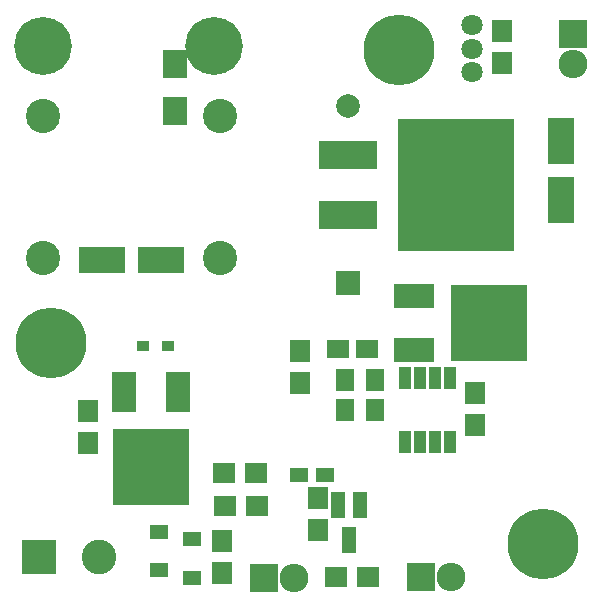
<source format=gbs>
G04 #@! TF.FileFunction,Soldermask,Bot*
%FSLAX46Y46*%
G04 Gerber Fmt 4.6, Leading zero omitted, Abs format (unit mm)*
G04 Created by KiCad (PCBNEW 0.201603210401+6634~43~ubuntu14.04.1-product) date mån 28 mar 2016 16:54:20*
%MOMM*%
G01*
G04 APERTURE LIST*
%ADD10C,0.050000*%
%ADD11C,2.900000*%
%ADD12R,1.650000X1.900000*%
%ADD13R,1.900000X1.650000*%
%ADD14R,2.000000X2.000000*%
%ADD15C,2.000000*%
%ADD16R,1.620000X1.310000*%
%ADD17R,0.990000X0.850000*%
%ADD18R,2.200860X3.900120*%
%ADD19R,3.900120X2.200860*%
%ADD20C,1.800000*%
%ADD21R,2.432000X2.432000*%
%ADD22O,2.432000X2.432000*%
%ADD23C,4.900880*%
%ADD24R,2.051000X3.448000*%
%ADD25R,6.496000X6.496000*%
%ADD26R,1.200100X2.200860*%
%ADD27R,3.448000X2.051000*%
%ADD28R,1.700000X1.900000*%
%ADD29R,1.900000X1.700000*%
%ADD30R,2.100000X2.400000*%
%ADD31R,1.600000X1.300000*%
%ADD32R,9.800000X11.200000*%
%ADD33R,5.000000X2.400000*%
%ADD34R,1.000000X1.950000*%
%ADD35R,2.940000X2.940000*%
%ADD36C,2.940000*%
%ADD37C,6.000000*%
G04 APERTURE END LIST*
D10*
D11*
X118244000Y-120808000D03*
X103244000Y-120808000D03*
X103244000Y-108808000D03*
X118244000Y-108808000D03*
D12*
X128778000Y-133711000D03*
X128778000Y-131211000D03*
X131318000Y-131211000D03*
X131318000Y-133711000D03*
D13*
X128163000Y-128524000D03*
X130663000Y-128524000D03*
D14*
X129032000Y-122936000D03*
D15*
X129032000Y-107936000D03*
D16*
X113030000Y-144034000D03*
X113030000Y-147304000D03*
X115824000Y-144669000D03*
X115824000Y-147939000D03*
D17*
X113831000Y-128270000D03*
X111721000Y-128270000D03*
D18*
X147066000Y-115910360D03*
X147066000Y-110911640D03*
D19*
X108244640Y-121031000D03*
X113243360Y-121031000D03*
D20*
X139573000Y-105124000D03*
X139573000Y-103124000D03*
X139573000Y-101124000D03*
D21*
X121920000Y-147955000D03*
D22*
X124460000Y-147955000D03*
D21*
X148082000Y-101854000D03*
D22*
X148082000Y-104394000D03*
D21*
X135255000Y-147828000D03*
D22*
X137795000Y-147828000D03*
D23*
X103251000Y-102870000D03*
X117729000Y-102870000D03*
D24*
X110109000Y-132207000D03*
D25*
X112395000Y-138557000D03*
D24*
X114681000Y-132207000D03*
D26*
X128209000Y-141754860D03*
X130109000Y-141754860D03*
X129159000Y-144757140D03*
D27*
X134620000Y-128651000D03*
D25*
X140970000Y-126365000D03*
D27*
X134620000Y-124079000D03*
D28*
X118364000Y-147527000D03*
X118364000Y-144827000D03*
X107061000Y-133778000D03*
X107061000Y-136478000D03*
D29*
X118538000Y-139065000D03*
X121238000Y-139065000D03*
X118665000Y-141859000D03*
X121365000Y-141859000D03*
D28*
X139827000Y-132254000D03*
X139827000Y-134954000D03*
X124968000Y-128698000D03*
X124968000Y-131398000D03*
X142113000Y-104347000D03*
X142113000Y-101647000D03*
X126492000Y-141144000D03*
X126492000Y-143844000D03*
D29*
X130763000Y-147828000D03*
X128063000Y-147828000D03*
D30*
X114427000Y-104426000D03*
X114427000Y-108426000D03*
D31*
X124884000Y-139192000D03*
X127084000Y-139192000D03*
D32*
X138182000Y-114681000D03*
D33*
X129032000Y-112141000D03*
X129032000Y-117221000D03*
D34*
X137668000Y-136431000D03*
X136398000Y-136431000D03*
X135128000Y-136431000D03*
X133858000Y-136431000D03*
X133858000Y-131031000D03*
X135128000Y-131031000D03*
X136398000Y-131031000D03*
X137668000Y-131031000D03*
D35*
X102870000Y-146177000D03*
D36*
X107950000Y-146177000D03*
D37*
X145542000Y-145034000D03*
X133350000Y-103251000D03*
X103886000Y-128016000D03*
M02*

</source>
